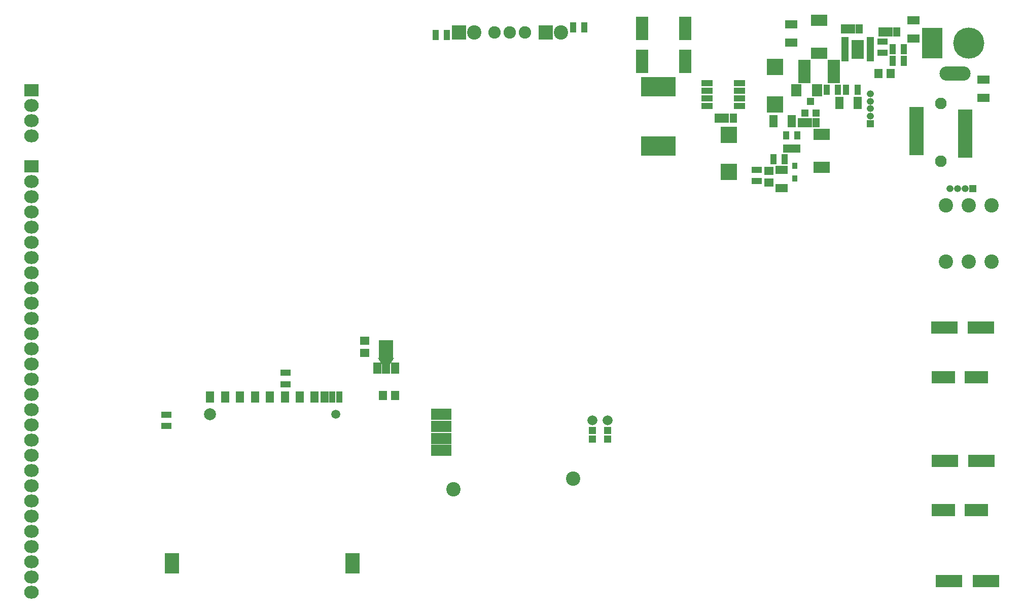
<source format=gbr>
G04 #@! TF.GenerationSoftware,KiCad,Pcbnew,no-vcs-found-7652~57~ubuntu16.04.1*
G04 #@! TF.CreationDate,2017-02-21T14:31:34+01:00*
G04 #@! TF.ProjectId,peripheral-board,7065726970686572616C2D626F617264,rev?*
G04 #@! TF.FileFunction,Soldermask,Bot*
G04 #@! TF.FilePolarity,Negative*
%FSLAX46Y46*%
G04 Gerber Fmt 4.6, Leading zero omitted, Abs format (unit mm)*
G04 Created by KiCad (PCBNEW no-vcs-found-7652~57~ubuntu16.04.1) date Tue Feb 21 14:31:34 2017*
%MOMM*%
%LPD*%
G01*
G04 APERTURE LIST*
%ADD10C,0.100000*%
%ADD11R,1.200000X1.200000*%
%ADD12O,1.200000X1.200000*%
%ADD13R,1.700000X1.100000*%
%ADD14R,1.400000X1.650000*%
%ADD15R,1.650000X1.400000*%
%ADD16C,1.150000*%
%ADD17R,2.400000X3.400000*%
%ADD18R,1.400000X1.900000*%
%ADD19R,2.830000X2.770000*%
%ADD20R,2.800000X1.900000*%
%ADD21R,2.000000X1.400000*%
%ADD22C,1.670000*%
%ADD23C,2.400000*%
%ADD24R,2.400000X2.400000*%
%ADD25C,2.076400*%
%ADD26R,1.100000X1.700000*%
%ADD27R,2.000000X3.900000*%
%ADD28R,4.400500X2.000200*%
%ADD29R,3.999180X2.000200*%
%ADD30R,2.000200X3.999180*%
%ADD31R,5.800040X3.300680*%
%ADD32R,1.200000X1.300000*%
%ADD33C,1.950000*%
%ADD34R,2.400000X0.900000*%
%ADD35C,1.500000*%
%ADD36C,2.000000*%
%ADD37R,1.100000X1.900000*%
%ADD38O,5.200000X2.400000*%
%ADD39R,3.400000X5.200000*%
%ADD40C,5.200000*%
%ADD41R,1.400000X2.000000*%
%ADD42R,1.700000X2.100000*%
%ADD43R,0.850000X1.000000*%
%ADD44R,2.400000X1.500000*%
%ADD45R,1.200000X1.500000*%
%ADD46R,1.950000X1.000000*%
%ADD47R,1.290000X0.820000*%
%ADD48R,1.225000X1.112500*%
%ADD49R,1.050000X1.460000*%
%ADD50R,1.150000X1.200000*%
%ADD51R,3.400000X1.900000*%
%ADD52R,2.432000X2.127200*%
%ADD53O,2.432000X2.127200*%
G04 APERTURE END LIST*
D10*
D11*
X142600000Y81550000D03*
D12*
X142600000Y82800000D03*
X142600000Y84050000D03*
X142600000Y85300000D03*
X142600000Y86550000D03*
D11*
X159700000Y70700000D03*
D12*
X158450000Y70700000D03*
X157200000Y70700000D03*
X155950000Y70700000D03*
D13*
X45000000Y39950000D03*
X45000000Y38050000D03*
D14*
X61300000Y36200000D03*
X63300000Y36200000D03*
D15*
X58200000Y45300000D03*
X58200000Y43300000D03*
D16*
X61800000Y41810000D03*
D10*
G36*
X61192963Y41235000D02*
X60426297Y42385000D01*
X63173703Y42385000D01*
X62407037Y41235000D01*
X61192963Y41235000D01*
X61192963Y41235000D01*
G37*
D17*
X61800000Y43660000D03*
D18*
X60300000Y40700000D03*
X61800000Y40700000D03*
X63300000Y40700000D03*
D19*
X119000000Y79720000D03*
X119000000Y73480000D03*
X126700000Y91040000D03*
X126700000Y84800000D03*
D20*
X134500000Y74250000D03*
X134500000Y79750000D03*
X134100000Y93300000D03*
X134100000Y98800000D03*
D21*
X161500000Y85900000D03*
X161500000Y88900000D03*
D22*
X96230000Y31970000D03*
X98770000Y31970000D03*
D23*
X91000000Y96800000D03*
D24*
X88460000Y96800000D03*
X74000000Y96800000D03*
D23*
X76540000Y96800000D03*
D25*
X79920000Y96800000D03*
X82460000Y96800000D03*
X85000000Y96800000D03*
D26*
X93000000Y97600000D03*
X94900000Y97600000D03*
X71950000Y96400000D03*
X70050000Y96400000D03*
D27*
X131661600Y90300000D03*
X136538400Y90300000D03*
D28*
X161900000Y5200000D03*
X155798920Y5200000D03*
D29*
X160350820Y16999180D03*
X154849180Y16999180D03*
X160301640Y39250000D03*
X154800000Y39250000D03*
D30*
X111750820Y97500000D03*
X111750820Y91998360D03*
X104500000Y91998360D03*
X104500000Y97500000D03*
D31*
X107250820Y77798720D03*
X107250820Y87699640D03*
D28*
X161101080Y47500000D03*
X155000000Y47500000D03*
X161150540Y25250000D03*
X155049460Y25250000D03*
D32*
X132650000Y85300000D03*
X131700000Y83300000D03*
X133600000Y83300000D03*
D13*
X25100000Y32950000D03*
X25100000Y31050000D03*
D33*
X154400000Y75300000D03*
X154400000Y84900000D03*
D34*
X150300001Y83900000D03*
X150300001Y83100000D03*
X150300001Y82300000D03*
X150300001Y81500000D03*
X150300001Y80700000D03*
X150300001Y79900000D03*
X150300001Y79100000D03*
X150300001Y78300000D03*
X150300001Y77500000D03*
X150300001Y76700000D03*
X158500000Y76300000D03*
X158500000Y77100000D03*
X158500000Y77900000D03*
X158500000Y78700000D03*
X158500000Y79500000D03*
X158500000Y80300000D03*
X158500000Y81100000D03*
X158500000Y81900000D03*
X158500000Y82700000D03*
X158500000Y83500000D03*
D26*
X126450000Y75600000D03*
X128350000Y75600000D03*
X140500000Y87200000D03*
X138600000Y87200000D03*
X148250000Y92000000D03*
X146350000Y92000000D03*
X135350000Y87200000D03*
X137250000Y87200000D03*
D13*
X144700000Y93400000D03*
X144700000Y95300000D03*
D26*
X146350000Y94000000D03*
X148250000Y94000000D03*
D13*
X123700000Y71950000D03*
X123700000Y73850000D03*
D23*
X162850000Y67900000D03*
X159050000Y67900000D03*
X155250000Y67900000D03*
X162850000Y58500000D03*
X159050000Y58500000D03*
X155250000Y58500000D03*
D35*
X53400000Y33050000D03*
D36*
X32400000Y33050000D03*
D17*
X26080000Y8100000D03*
X56180000Y8100000D03*
D37*
X54030000Y35900000D03*
X52830000Y35900000D03*
D18*
X32400000Y35900000D03*
X51530000Y35900000D03*
X49830000Y35900000D03*
X47400000Y35900000D03*
X44900000Y35900000D03*
X42400000Y35900000D03*
X39900000Y35900000D03*
X37400000Y35900000D03*
X34900000Y35900000D03*
D38*
X156810000Y89920000D03*
D39*
X153000000Y95000000D03*
D40*
X159100000Y95000000D03*
D15*
X125700000Y71700000D03*
X125700000Y73700000D03*
D14*
X146000000Y89900000D03*
X144000000Y89900000D03*
D41*
X137500000Y85050000D03*
X140500000Y85050000D03*
D21*
X149800000Y98800000D03*
X149800000Y95800000D03*
X129400000Y95100000D03*
X129400000Y98100000D03*
D41*
X129500000Y82000000D03*
X126500000Y82000000D03*
D21*
X127800000Y73800000D03*
X127800000Y70800000D03*
D42*
X133750000Y87100000D03*
X130250000Y87100000D03*
D43*
X130000000Y74500000D03*
X130000000Y72400000D03*
D44*
X138900000Y97400000D03*
D45*
X140800000Y97400000D03*
D44*
X131700000Y81700000D03*
D45*
X133600000Y81700000D03*
X119750820Y82449180D03*
D44*
X117850820Y82449180D03*
X145150000Y96900000D03*
D45*
X147050000Y96900000D03*
D46*
X120750820Y84544180D03*
X120750820Y85814180D03*
X120750820Y87084180D03*
X120750820Y88354180D03*
X115350820Y88354180D03*
X115350820Y87084180D03*
X115350820Y85814180D03*
X115350820Y84544180D03*
D47*
X142592500Y95593750D03*
X142592500Y94943750D03*
X142592500Y94293750D03*
X142592500Y93643750D03*
X142592500Y92993750D03*
X142592500Y92343750D03*
X138382500Y92343750D03*
X138382500Y92993750D03*
X138382500Y93643750D03*
X138382500Y94293750D03*
X138382500Y94943750D03*
X138382500Y95593750D03*
D48*
X140075000Y92900000D03*
X140075000Y93612500D03*
X140075000Y94325000D03*
X140075000Y95037500D03*
X140900000Y92900000D03*
X140900000Y93612500D03*
X140900000Y94325000D03*
X140900000Y95037500D03*
D49*
X130450000Y79600000D03*
X128550000Y79600000D03*
X128550000Y77400000D03*
X129500000Y77400000D03*
X130450000Y77400000D03*
D50*
X98800000Y28850000D03*
X98800000Y30350000D03*
X96200000Y30350000D03*
X96200000Y28850000D03*
D23*
X93000000Y22250000D03*
X73000000Y20500000D03*
D51*
X71000000Y27000000D03*
X71000000Y29000000D03*
X71000000Y31000000D03*
X71000000Y33000000D03*
D52*
X2630000Y87160000D03*
D53*
X2630000Y84620000D03*
X2630000Y82080000D03*
X2630000Y79540000D03*
D52*
X2630000Y74460000D03*
D53*
X2630000Y71920000D03*
X2630000Y69380000D03*
X2630000Y66840000D03*
X2630000Y64300000D03*
X2630000Y61760000D03*
X2630000Y59220000D03*
X2630000Y56680000D03*
X2630000Y54140000D03*
X2630000Y51600000D03*
X2630000Y49060000D03*
X2630000Y46520000D03*
X2630000Y43980000D03*
X2630000Y41440000D03*
X2630000Y38900000D03*
X2630000Y36360000D03*
X2630000Y33820000D03*
X2630000Y31280000D03*
X2630000Y28740000D03*
X2630000Y26200000D03*
X2630000Y23660000D03*
X2630000Y21120000D03*
X2630000Y18580000D03*
X2630000Y16040000D03*
X2630000Y13500000D03*
X2630000Y10960000D03*
X2630000Y8420000D03*
X2630000Y5880000D03*
X2630000Y3340000D03*
M02*

</source>
